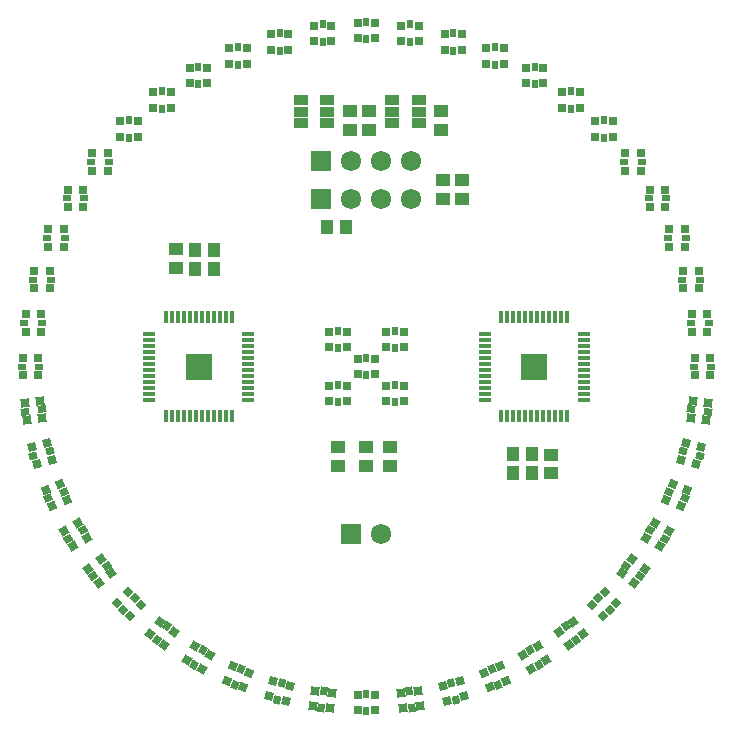
<source format=gts>
G04 Layer_Color=8388736*
%FSLAX25Y25*%
%MOIN*%
G70*
G01*
G75*
G04:AMPARAMS|DCode=72|XSize=23.75mil|YSize=27.69mil|CornerRadius=0mil|HoleSize=0mil|Usage=FLASHONLY|Rotation=45.000|XOffset=0mil|YOffset=0mil|HoleType=Round|Shape=Rectangle|*
%AMROTATEDRECTD72*
4,1,4,0.00139,-0.01818,-0.01818,0.00139,-0.00139,0.01818,0.01818,-0.00139,0.00139,-0.01818,0.0*
%
%ADD72ROTATEDRECTD72*%

%ADD73P,0.03915X4X90.0*%
G04:AMPARAMS|DCode=74|XSize=23.75mil|YSize=27.69mil|CornerRadius=0mil|HoleSize=0mil|Usage=FLASHONLY|Rotation=52.500|XOffset=0mil|YOffset=0mil|HoleType=Round|Shape=Rectangle|*
%AMROTATEDRECTD74*
4,1,4,0.00375,-0.01785,-0.01821,-0.00099,-0.00375,0.01785,0.01821,0.00099,0.00375,-0.01785,0.0*
%
%ADD74ROTATEDRECTD74*%

%ADD75P,0.03915X4X97.5*%
G04:AMPARAMS|DCode=76|XSize=23.75mil|YSize=27.69mil|CornerRadius=0mil|HoleSize=0mil|Usage=FLASHONLY|Rotation=60.000|XOffset=0mil|YOffset=0mil|HoleType=Round|Shape=Rectangle|*
%AMROTATEDRECTD76*
4,1,4,0.00605,-0.01720,-0.01793,-0.00336,-0.00605,0.01720,0.01793,0.00336,0.00605,-0.01720,0.0*
%
%ADD76ROTATEDRECTD76*%

%ADD77P,0.03915X4X105.0*%
G04:AMPARAMS|DCode=78|XSize=23.75mil|YSize=27.69mil|CornerRadius=0mil|HoleSize=0mil|Usage=FLASHONLY|Rotation=67.500|XOffset=0mil|YOffset=0mil|HoleType=Round|Shape=Rectangle|*
%AMROTATEDRECTD78*
4,1,4,0.00825,-0.01627,-0.01733,-0.00567,-0.00825,0.01627,0.01733,0.00567,0.00825,-0.01627,0.0*
%
%ADD78ROTATEDRECTD78*%

%ADD79P,0.03915X4X112.5*%
G04:AMPARAMS|DCode=80|XSize=23.75mil|YSize=27.69mil|CornerRadius=0mil|HoleSize=0mil|Usage=FLASHONLY|Rotation=75.000|XOffset=0mil|YOffset=0mil|HoleType=Round|Shape=Rectangle|*
%AMROTATEDRECTD80*
4,1,4,0.01030,-0.01505,-0.01644,-0.00789,-0.01030,0.01505,0.01644,0.00789,0.01030,-0.01505,0.0*
%
%ADD80ROTATEDRECTD80*%

%ADD81P,0.03915X4X120.0*%
G04:AMPARAMS|DCode=82|XSize=23.75mil|YSize=27.69mil|CornerRadius=0mil|HoleSize=0mil|Usage=FLASHONLY|Rotation=82.500|XOffset=0mil|YOffset=0mil|HoleType=Round|Shape=Rectangle|*
%AMROTATEDRECTD82*
4,1,4,0.01217,-0.01358,-0.01527,-0.00997,-0.01217,0.01358,0.01527,0.00997,0.01217,-0.01358,0.0*
%
%ADD82ROTATEDRECTD82*%

%ADD83P,0.03915X4X127.5*%
%ADD84R,0.02769X0.02375*%
%ADD85R,0.02769X0.02769*%
%ADD86R,0.02375X0.02769*%
%ADD87R,0.02769X0.02769*%
%ADD88R,0.04343X0.04737*%
%ADD89R,0.04737X0.04343*%
G04:AMPARAMS|DCode=90|XSize=23.75mil|YSize=27.69mil|CornerRadius=0mil|HoleSize=0mil|Usage=FLASHONLY|Rotation=37.500|XOffset=0mil|YOffset=0mil|HoleType=Round|Shape=Rectangle|*
%AMROTATEDRECTD90*
4,1,4,-0.00099,-0.01821,-0.01785,0.00375,0.00099,0.01821,0.01785,-0.00375,-0.00099,-0.01821,0.0*
%
%ADD90ROTATEDRECTD90*%

%ADD91P,0.03915X4X82.5*%
G04:AMPARAMS|DCode=92|XSize=23.75mil|YSize=27.69mil|CornerRadius=0mil|HoleSize=0mil|Usage=FLASHONLY|Rotation=30.000|XOffset=0mil|YOffset=0mil|HoleType=Round|Shape=Rectangle|*
%AMROTATEDRECTD92*
4,1,4,-0.00336,-0.01793,-0.01720,0.00605,0.00336,0.01793,0.01720,-0.00605,-0.00336,-0.01793,0.0*
%
%ADD92ROTATEDRECTD92*%

%ADD93P,0.03915X4X75.0*%
G04:AMPARAMS|DCode=94|XSize=23.75mil|YSize=27.69mil|CornerRadius=0mil|HoleSize=0mil|Usage=FLASHONLY|Rotation=22.500|XOffset=0mil|YOffset=0mil|HoleType=Round|Shape=Rectangle|*
%AMROTATEDRECTD94*
4,1,4,-0.00567,-0.01733,-0.01627,0.00825,0.00567,0.01733,0.01627,-0.00825,-0.00567,-0.01733,0.0*
%
%ADD94ROTATEDRECTD94*%

%ADD95P,0.03915X4X67.5*%
G04:AMPARAMS|DCode=96|XSize=23.75mil|YSize=27.69mil|CornerRadius=0mil|HoleSize=0mil|Usage=FLASHONLY|Rotation=15.000|XOffset=0mil|YOffset=0mil|HoleType=Round|Shape=Rectangle|*
%AMROTATEDRECTD96*
4,1,4,-0.00789,-0.01644,-0.01505,0.01030,0.00789,0.01644,0.01505,-0.01030,-0.00789,-0.01644,0.0*
%
%ADD96ROTATEDRECTD96*%

%ADD97P,0.03915X4X60.0*%
G04:AMPARAMS|DCode=98|XSize=23.75mil|YSize=27.69mil|CornerRadius=0mil|HoleSize=0mil|Usage=FLASHONLY|Rotation=7.500|XOffset=0mil|YOffset=0mil|HoleType=Round|Shape=Rectangle|*
%AMROTATEDRECTD98*
4,1,4,-0.00997,-0.01527,-0.01358,0.01217,0.00997,0.01527,0.01358,-0.01217,-0.00997,-0.01527,0.0*
%
%ADD98ROTATEDRECTD98*%

%ADD99P,0.03915X4X52.5*%
G04:AMPARAMS|DCode=100|XSize=23.75mil|YSize=27.69mil|CornerRadius=0mil|HoleSize=0mil|Usage=FLASHONLY|Rotation=352.500|XOffset=0mil|YOffset=0mil|HoleType=Round|Shape=Rectangle|*
%AMROTATEDRECTD100*
4,1,4,-0.01358,-0.01217,-0.00997,0.01527,0.01358,0.01217,0.00997,-0.01527,-0.01358,-0.01217,0.0*
%
%ADD100ROTATEDRECTD100*%

%ADD101P,0.03915X4X397.5*%
G04:AMPARAMS|DCode=102|XSize=23.75mil|YSize=27.69mil|CornerRadius=0mil|HoleSize=0mil|Usage=FLASHONLY|Rotation=345.000|XOffset=0mil|YOffset=0mil|HoleType=Round|Shape=Rectangle|*
%AMROTATEDRECTD102*
4,1,4,-0.01505,-0.01030,-0.00789,0.01644,0.01505,0.01030,0.00789,-0.01644,-0.01505,-0.01030,0.0*
%
%ADD102ROTATEDRECTD102*%

%ADD103P,0.03915X4X390.0*%
G04:AMPARAMS|DCode=104|XSize=23.75mil|YSize=27.69mil|CornerRadius=0mil|HoleSize=0mil|Usage=FLASHONLY|Rotation=337.500|XOffset=0mil|YOffset=0mil|HoleType=Round|Shape=Rectangle|*
%AMROTATEDRECTD104*
4,1,4,-0.01627,-0.00825,-0.00567,0.01733,0.01627,0.00825,0.00567,-0.01733,-0.01627,-0.00825,0.0*
%
%ADD104ROTATEDRECTD104*%

%ADD105P,0.03915X4X382.5*%
G04:AMPARAMS|DCode=106|XSize=23.75mil|YSize=27.69mil|CornerRadius=0mil|HoleSize=0mil|Usage=FLASHONLY|Rotation=330.000|XOffset=0mil|YOffset=0mil|HoleType=Round|Shape=Rectangle|*
%AMROTATEDRECTD106*
4,1,4,-0.01720,-0.00605,-0.00336,0.01793,0.01720,0.00605,0.00336,-0.01793,-0.01720,-0.00605,0.0*
%
%ADD106ROTATEDRECTD106*%

%ADD107P,0.03915X4X375.0*%
G04:AMPARAMS|DCode=108|XSize=23.75mil|YSize=27.69mil|CornerRadius=0mil|HoleSize=0mil|Usage=FLASHONLY|Rotation=322.500|XOffset=0mil|YOffset=0mil|HoleType=Round|Shape=Rectangle|*
%AMROTATEDRECTD108*
4,1,4,-0.01785,-0.00375,-0.00099,0.01821,0.01785,0.00375,0.00099,-0.01821,-0.01785,-0.00375,0.0*
%
%ADD108ROTATEDRECTD108*%

%ADD109P,0.03915X4X367.5*%
G04:AMPARAMS|DCode=110|XSize=23.75mil|YSize=27.69mil|CornerRadius=0mil|HoleSize=0mil|Usage=FLASHONLY|Rotation=315.000|XOffset=0mil|YOffset=0mil|HoleType=Round|Shape=Rectangle|*
%AMROTATEDRECTD110*
4,1,4,-0.01818,-0.00139,0.00139,0.01818,0.01818,0.00139,-0.00139,-0.01818,-0.01818,-0.00139,0.0*
%
%ADD110ROTATEDRECTD110*%

%ADD111P,0.03915X4X360.0*%
G04:AMPARAMS|DCode=112|XSize=23.75mil|YSize=27.69mil|CornerRadius=0mil|HoleSize=0mil|Usage=FLASHONLY|Rotation=307.500|XOffset=0mil|YOffset=0mil|HoleType=Round|Shape=Rectangle|*
%AMROTATEDRECTD112*
4,1,4,-0.01821,0.00099,0.00375,0.01785,0.01821,-0.00099,-0.00375,-0.01785,-0.01821,0.00099,0.0*
%
%ADD112ROTATEDRECTD112*%

%ADD113P,0.03915X4X352.5*%
G04:AMPARAMS|DCode=114|XSize=23.75mil|YSize=27.69mil|CornerRadius=0mil|HoleSize=0mil|Usage=FLASHONLY|Rotation=300.000|XOffset=0mil|YOffset=0mil|HoleType=Round|Shape=Rectangle|*
%AMROTATEDRECTD114*
4,1,4,-0.01793,0.00336,0.00605,0.01720,0.01793,-0.00336,-0.00605,-0.01720,-0.01793,0.00336,0.0*
%
%ADD114ROTATEDRECTD114*%

%ADD115P,0.03915X4X345.0*%
G04:AMPARAMS|DCode=116|XSize=23.75mil|YSize=27.69mil|CornerRadius=0mil|HoleSize=0mil|Usage=FLASHONLY|Rotation=292.500|XOffset=0mil|YOffset=0mil|HoleType=Round|Shape=Rectangle|*
%AMROTATEDRECTD116*
4,1,4,-0.01733,0.00567,0.00825,0.01627,0.01733,-0.00567,-0.00825,-0.01627,-0.01733,0.00567,0.0*
%
%ADD116ROTATEDRECTD116*%

%ADD117P,0.03915X4X337.5*%
G04:AMPARAMS|DCode=118|XSize=23.75mil|YSize=27.69mil|CornerRadius=0mil|HoleSize=0mil|Usage=FLASHONLY|Rotation=285.000|XOffset=0mil|YOffset=0mil|HoleType=Round|Shape=Rectangle|*
%AMROTATEDRECTD118*
4,1,4,-0.01644,0.00789,0.01030,0.01505,0.01644,-0.00789,-0.01030,-0.01505,-0.01644,0.00789,0.0*
%
%ADD118ROTATEDRECTD118*%

%ADD119P,0.03915X4X330.0*%
G04:AMPARAMS|DCode=120|XSize=23.75mil|YSize=27.69mil|CornerRadius=0mil|HoleSize=0mil|Usage=FLASHONLY|Rotation=277.500|XOffset=0mil|YOffset=0mil|HoleType=Round|Shape=Rectangle|*
%AMROTATEDRECTD120*
4,1,4,-0.01527,0.00997,0.01217,0.01358,0.01527,-0.00997,-0.01217,-0.01358,-0.01527,0.00997,0.0*
%
%ADD120ROTATEDRECTD120*%

%ADD121P,0.03915X4X322.5*%
%ADD122R,0.08674X0.08674*%
%ADD123R,0.04400X0.01600*%
%ADD124R,0.01600X0.04400*%
%ADD125R,0.04934X0.03359*%
%ADD126R,0.06784X0.06784*%
%ADD127C,0.06784*%
D72*
X81289Y-81289D02*
D03*
X77114Y-77114D02*
D03*
D73*
X83099Y-78923D02*
D03*
X78923Y-83099D02*
D03*
X79480Y-75304D02*
D03*
X75304Y-79480D02*
D03*
D74*
X91204Y-69984D02*
D03*
X86519Y-66389D02*
D03*
D75*
X92690Y-67401D02*
D03*
X89095Y-72087D02*
D03*
X88629Y-64286D02*
D03*
X85034Y-68971D02*
D03*
D76*
X99559Y-57480D02*
D03*
X94444Y-54528D02*
D03*
D77*
X100694Y-54726D02*
D03*
X97741Y-59841D02*
D03*
X96262Y-52167D02*
D03*
X93309Y-57282D02*
D03*
D78*
X106210Y-43994D02*
D03*
X100754Y-41734D02*
D03*
D79*
X106976Y-41115D02*
D03*
X104716Y-46571D02*
D03*
X102247Y-39156D02*
D03*
X99988Y-44612D02*
D03*
D80*
X111043Y-29754D02*
D03*
X105339Y-28226D02*
D03*
D81*
X111427Y-26800D02*
D03*
X109899Y-32504D02*
D03*
X106484Y-25475D02*
D03*
X104955Y-31180D02*
D03*
D82*
X113977Y-15005D02*
D03*
X108122Y-14235D02*
D03*
D83*
X113972Y-12026D02*
D03*
X113201Y-17881D02*
D03*
X108898Y-11358D02*
D03*
X108127Y-17213D02*
D03*
D84*
X114961Y0D02*
D03*
X109055D02*
D03*
X114003Y14620D02*
D03*
X108097Y14620D02*
D03*
X111144Y28990D02*
D03*
X105239Y28990D02*
D03*
X106435Y42864D02*
D03*
X100529Y42864D02*
D03*
X99954Y56004D02*
D03*
X94049D02*
D03*
X91815Y68186D02*
D03*
X85909Y68186D02*
D03*
X-114961Y0D02*
D03*
X-109055D02*
D03*
X-114003Y14620D02*
D03*
X-108097Y14620D02*
D03*
X-111144Y28990D02*
D03*
X-105239Y28990D02*
D03*
X-106435Y42864D02*
D03*
X-100529Y42864D02*
D03*
X-99954Y56004D02*
D03*
X-94049D02*
D03*
X-91815Y68186D02*
D03*
X-85909Y68186D02*
D03*
D85*
X114567Y2953D02*
D03*
Y-2953D02*
D03*
X109449Y2953D02*
D03*
Y-2953D02*
D03*
X113609Y17573D02*
D03*
X113609Y11667D02*
D03*
X108491Y17573D02*
D03*
X108491Y11667D02*
D03*
X110750Y31942D02*
D03*
X110750Y26037D02*
D03*
X105632Y31942D02*
D03*
X105632Y26037D02*
D03*
X106041Y45816D02*
D03*
X106041Y39911D02*
D03*
X100923Y45816D02*
D03*
X100923Y39911D02*
D03*
X99561Y58957D02*
D03*
X99561Y53051D02*
D03*
X94443Y58957D02*
D03*
Y53051D02*
D03*
X91421Y71139D02*
D03*
X91421Y65233D02*
D03*
X86303Y71139D02*
D03*
X86303Y65233D02*
D03*
X-114567Y-2953D02*
D03*
Y2953D02*
D03*
X-109449Y-2953D02*
D03*
Y2953D02*
D03*
X-113609Y11667D02*
D03*
X-113609Y17573D02*
D03*
X-108491Y11667D02*
D03*
X-108491Y17573D02*
D03*
X-110750Y26037D02*
D03*
X-110750Y31942D02*
D03*
X-105632Y26037D02*
D03*
X-105632Y31942D02*
D03*
X-106041Y39911D02*
D03*
X-106041Y45816D02*
D03*
X-100923Y39911D02*
D03*
X-100923Y45816D02*
D03*
X-99561Y53051D02*
D03*
X-99561Y58957D02*
D03*
X-94443Y53051D02*
D03*
Y58957D02*
D03*
X-91421Y65233D02*
D03*
X-91421Y71139D02*
D03*
X-86303Y65233D02*
D03*
X-86303Y71139D02*
D03*
D86*
X79202Y82154D02*
D03*
Y76249D02*
D03*
X68186Y91815D02*
D03*
X68186Y85909D02*
D03*
X56004Y99954D02*
D03*
Y94049D02*
D03*
X42864Y106435D02*
D03*
X42864Y100529D02*
D03*
X28990Y111144D02*
D03*
X28990Y105239D02*
D03*
X14620Y114003D02*
D03*
X14620Y108097D02*
D03*
X0Y114961D02*
D03*
Y109055D02*
D03*
Y-114961D02*
D03*
Y-109055D02*
D03*
X-79202Y82154D02*
D03*
Y76249D02*
D03*
X-68186Y91815D02*
D03*
X-68186Y85909D02*
D03*
X-56004Y99954D02*
D03*
Y94049D02*
D03*
X-42864Y106435D02*
D03*
X-42864Y100529D02*
D03*
X-28990Y111144D02*
D03*
X-28990Y105239D02*
D03*
X-14620Y114003D02*
D03*
X-14620Y108097D02*
D03*
X9500Y-6047D02*
D03*
Y-11953D02*
D03*
X-9500Y-6047D02*
D03*
Y-11953D02*
D03*
X0Y-2953D02*
D03*
Y2953D02*
D03*
X9500Y6047D02*
D03*
Y11953D02*
D03*
X-9500Y6047D02*
D03*
Y11953D02*
D03*
D87*
X76249Y81761D02*
D03*
X82154D02*
D03*
X76249Y76643D02*
D03*
X82154D02*
D03*
X65233Y91421D02*
D03*
X71139Y91421D02*
D03*
X65233Y86303D02*
D03*
X71139Y86303D02*
D03*
X53051Y99561D02*
D03*
X58957Y99561D02*
D03*
X53051Y94443D02*
D03*
X58957D02*
D03*
X39911Y106041D02*
D03*
X45816Y106041D02*
D03*
X39911Y100923D02*
D03*
X45816Y100923D02*
D03*
X26037Y110750D02*
D03*
X31942Y110750D02*
D03*
X26037Y105632D02*
D03*
X31942Y105632D02*
D03*
X11667Y113609D02*
D03*
X17573Y113609D02*
D03*
X11667Y108491D02*
D03*
X17573Y108491D02*
D03*
X-2953Y114567D02*
D03*
X2953D02*
D03*
X-2953Y109449D02*
D03*
X2953D02*
D03*
Y-114567D02*
D03*
X-2953D02*
D03*
X2953Y-109449D02*
D03*
X-2953D02*
D03*
X-82154Y81761D02*
D03*
X-76249D02*
D03*
X-82154Y76643D02*
D03*
X-76249D02*
D03*
X-71139Y91421D02*
D03*
X-65233Y91421D02*
D03*
X-71139Y86303D02*
D03*
X-65233Y86303D02*
D03*
X-58957Y99561D02*
D03*
X-53051Y99561D02*
D03*
X-58957Y94443D02*
D03*
X-53051D02*
D03*
X-45816Y106041D02*
D03*
X-39911Y106041D02*
D03*
X-45816Y100923D02*
D03*
X-39911Y100923D02*
D03*
X-31942Y110750D02*
D03*
X-26037Y110750D02*
D03*
X-31942Y105632D02*
D03*
X-26037Y105632D02*
D03*
X-17573Y113609D02*
D03*
X-11667Y113609D02*
D03*
X-17573Y108491D02*
D03*
X-11667Y108491D02*
D03*
X6547Y-6441D02*
D03*
X12453D02*
D03*
X6547Y-11559D02*
D03*
X12453D02*
D03*
X-12453Y-6441D02*
D03*
X-6547D02*
D03*
X-12453Y-11559D02*
D03*
X-6547D02*
D03*
X2953Y-2559D02*
D03*
X-2953D02*
D03*
X2953Y2559D02*
D03*
X-2953D02*
D03*
X12453Y6441D02*
D03*
X6547D02*
D03*
X12453Y11559D02*
D03*
X6547D02*
D03*
X-6547Y6441D02*
D03*
X-12453D02*
D03*
X-6547Y11559D02*
D03*
X-12453D02*
D03*
D88*
X55150Y-35500D02*
D03*
X48850D02*
D03*
X55150Y-29000D02*
D03*
X48850D02*
D03*
X-50850Y32500D02*
D03*
X-57150D02*
D03*
X-50850Y39000D02*
D03*
X-57150D02*
D03*
X-6850Y46500D02*
D03*
X-13150D02*
D03*
D89*
X61500Y-35650D02*
D03*
Y-29350D02*
D03*
X-9500Y-33150D02*
D03*
Y-26850D02*
D03*
X0Y-33150D02*
D03*
Y-26850D02*
D03*
X8000Y-33150D02*
D03*
Y-26850D02*
D03*
X-63500Y39150D02*
D03*
Y32850D02*
D03*
X25500Y62150D02*
D03*
Y55850D02*
D03*
X32000Y62150D02*
D03*
Y55850D02*
D03*
X25000Y78850D02*
D03*
Y85150D02*
D03*
X-5500Y78850D02*
D03*
Y85150D02*
D03*
X1000Y78850D02*
D03*
Y85150D02*
D03*
D90*
X69984Y-91204D02*
D03*
X66389Y-86519D02*
D03*
D91*
X72087Y-89095D02*
D03*
X67401Y-92690D02*
D03*
X68971Y-85034D02*
D03*
X64286Y-88629D02*
D03*
D92*
X57480Y-99559D02*
D03*
X54528Y-94444D02*
D03*
D93*
X59841Y-97741D02*
D03*
X54726Y-100694D02*
D03*
X57282Y-93309D02*
D03*
X52167Y-96262D02*
D03*
D94*
X43994Y-106210D02*
D03*
X41734Y-100754D02*
D03*
D95*
X46571Y-104716D02*
D03*
X41115Y-106976D02*
D03*
X44612Y-99988D02*
D03*
X39156Y-102247D02*
D03*
D96*
X29754Y-111043D02*
D03*
X28226Y-105339D02*
D03*
D97*
X32504Y-109899D02*
D03*
X26800Y-111427D02*
D03*
X31180Y-104955D02*
D03*
X25475Y-106484D02*
D03*
D98*
X15005Y-113977D02*
D03*
X14235Y-108122D02*
D03*
D99*
X17881Y-113201D02*
D03*
X12026Y-113972D02*
D03*
X17213Y-108127D02*
D03*
X11358Y-108898D02*
D03*
D100*
X-15005Y-113977D02*
D03*
X-14235Y-108122D02*
D03*
D101*
X-12026Y-113972D02*
D03*
X-17881Y-113201D02*
D03*
X-11358Y-108898D02*
D03*
X-17213Y-108127D02*
D03*
D102*
X-29754Y-111043D02*
D03*
X-28226Y-105339D02*
D03*
D103*
X-26800Y-111427D02*
D03*
X-32504Y-109899D02*
D03*
X-25475Y-106484D02*
D03*
X-31180Y-104955D02*
D03*
D104*
X-43994Y-106210D02*
D03*
X-41734Y-100754D02*
D03*
D105*
X-41115Y-106976D02*
D03*
X-46571Y-104716D02*
D03*
X-39156Y-102247D02*
D03*
X-44612Y-99988D02*
D03*
D106*
X-57480Y-99559D02*
D03*
X-54528Y-94444D02*
D03*
D107*
X-54726Y-100694D02*
D03*
X-59841Y-97741D02*
D03*
X-52167Y-96262D02*
D03*
X-57282Y-93309D02*
D03*
D108*
X-69984Y-91204D02*
D03*
X-66389Y-86519D02*
D03*
D109*
X-67401Y-92690D02*
D03*
X-72087Y-89095D02*
D03*
X-64286Y-88629D02*
D03*
X-68971Y-85034D02*
D03*
D110*
X-81289Y-81289D02*
D03*
X-77114Y-77114D02*
D03*
D111*
X-78923Y-83099D02*
D03*
X-83099Y-78923D02*
D03*
X-75304Y-79480D02*
D03*
X-79480Y-75304D02*
D03*
D112*
X-91204Y-69984D02*
D03*
X-86519Y-66389D02*
D03*
D113*
X-89095Y-72087D02*
D03*
X-92690Y-67401D02*
D03*
X-85034Y-68971D02*
D03*
X-88629Y-64286D02*
D03*
D114*
X-99559Y-57480D02*
D03*
X-94444Y-54528D02*
D03*
D115*
X-97741Y-59841D02*
D03*
X-100694Y-54726D02*
D03*
X-93309Y-57282D02*
D03*
X-96262Y-52167D02*
D03*
D116*
X-106210Y-43994D02*
D03*
X-100754Y-41734D02*
D03*
D117*
X-104716Y-46571D02*
D03*
X-106976Y-41115D02*
D03*
X-99988Y-44612D02*
D03*
X-102247Y-39156D02*
D03*
D118*
X-111043Y-29754D02*
D03*
X-105339Y-28226D02*
D03*
D119*
X-109899Y-32504D02*
D03*
X-111427Y-26800D02*
D03*
X-104955Y-31180D02*
D03*
X-106484Y-25475D02*
D03*
D120*
X-113977Y-15005D02*
D03*
X-108122Y-14235D02*
D03*
D121*
X-113201Y-17881D02*
D03*
X-113972Y-12026D02*
D03*
X-108127Y-17213D02*
D03*
X-108898Y-11358D02*
D03*
D122*
X55906Y0D02*
D03*
X-55906D02*
D03*
D123*
X72406Y-11000D02*
D03*
Y-9000D02*
D03*
Y-7000D02*
D03*
Y-5000D02*
D03*
Y-3000D02*
D03*
Y-1000D02*
D03*
Y1000D02*
D03*
Y3000D02*
D03*
Y5000D02*
D03*
Y7000D02*
D03*
Y9000D02*
D03*
Y11000D02*
D03*
X39406D02*
D03*
Y9000D02*
D03*
Y7000D02*
D03*
Y5000D02*
D03*
Y3000D02*
D03*
Y1000D02*
D03*
Y-1000D02*
D03*
Y-3000D02*
D03*
Y-5000D02*
D03*
Y-7000D02*
D03*
Y-9000D02*
D03*
Y-11000D02*
D03*
X-72406Y11000D02*
D03*
Y9000D02*
D03*
Y7000D02*
D03*
Y5000D02*
D03*
Y3000D02*
D03*
Y1000D02*
D03*
Y-1000D02*
D03*
Y-3000D02*
D03*
Y-5000D02*
D03*
Y-7000D02*
D03*
Y-9000D02*
D03*
Y-11000D02*
D03*
X-39406D02*
D03*
Y-9000D02*
D03*
Y-7000D02*
D03*
Y-5000D02*
D03*
Y-3000D02*
D03*
Y-1000D02*
D03*
Y1000D02*
D03*
Y3000D02*
D03*
Y5000D02*
D03*
Y7000D02*
D03*
Y9000D02*
D03*
Y11000D02*
D03*
D124*
X66906Y16500D02*
D03*
X64906D02*
D03*
X62906D02*
D03*
X60906D02*
D03*
X58906D02*
D03*
X56906D02*
D03*
X54906D02*
D03*
X52906D02*
D03*
X50906D02*
D03*
X48906D02*
D03*
X46906D02*
D03*
X44906D02*
D03*
Y-16500D02*
D03*
X46906D02*
D03*
X48906D02*
D03*
X50906D02*
D03*
X52906D02*
D03*
X54906D02*
D03*
X56906D02*
D03*
X58906D02*
D03*
X60906D02*
D03*
X62906D02*
D03*
X64906D02*
D03*
X66906D02*
D03*
X-66906D02*
D03*
X-64906D02*
D03*
X-62906D02*
D03*
X-60906D02*
D03*
X-58906D02*
D03*
X-56906D02*
D03*
X-54906D02*
D03*
X-52906D02*
D03*
X-50906D02*
D03*
X-48906D02*
D03*
X-46906D02*
D03*
X-44906D02*
D03*
Y16500D02*
D03*
X-46906D02*
D03*
X-48906D02*
D03*
X-50906D02*
D03*
X-52906D02*
D03*
X-54906D02*
D03*
X-56906D02*
D03*
X-58906D02*
D03*
X-60906D02*
D03*
X-62906D02*
D03*
X-64906D02*
D03*
X-66906D02*
D03*
D125*
X8571Y81260D02*
D03*
Y85000D02*
D03*
Y88740D02*
D03*
X17429D02*
D03*
Y85000D02*
D03*
Y81260D02*
D03*
X-13071D02*
D03*
Y85000D02*
D03*
Y88740D02*
D03*
X-21929D02*
D03*
Y85000D02*
D03*
Y81260D02*
D03*
D126*
X-5000Y-55906D02*
D03*
X-15000Y55906D02*
D03*
Y68500D02*
D03*
D127*
X5000Y-55906D02*
D03*
X15000Y55906D02*
D03*
X5000D02*
D03*
X-5000D02*
D03*
X15000Y68500D02*
D03*
X5000D02*
D03*
X-5000D02*
D03*
M02*

</source>
